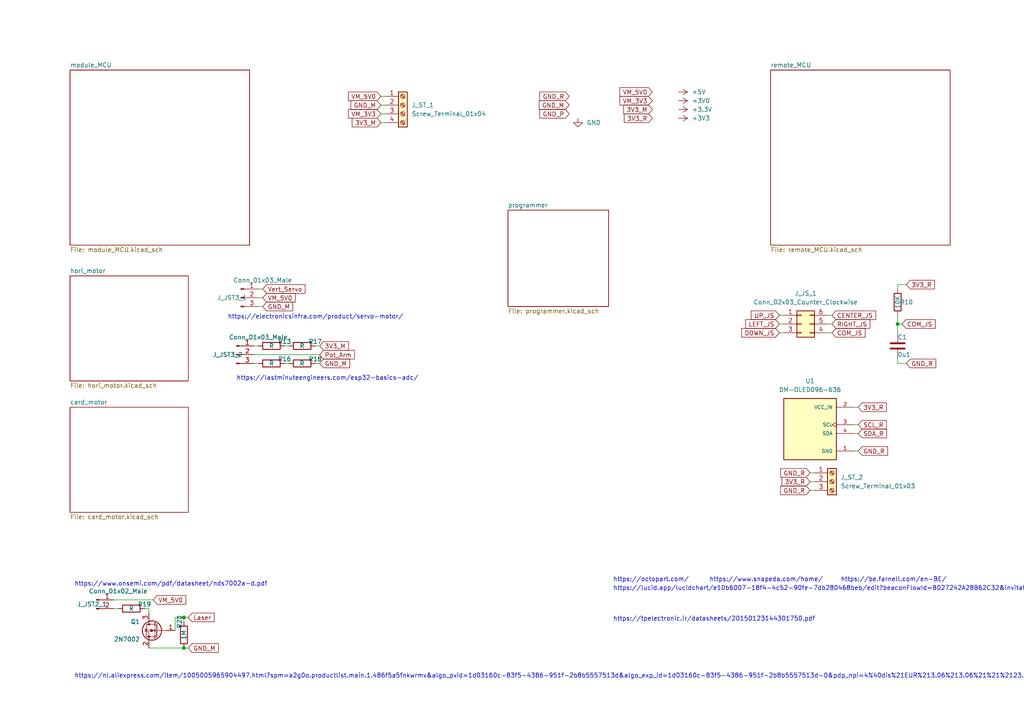
<source format=kicad_sch>
(kicad_sch (version 20211123) (generator eeschema)
  (paper "A4")
  (lib_symbols
    (symbol "Connector:Conn_01x02_Male" (pin_names (offset 1.016) hide)
      (property "Reference" "J" (at 0 2.54 0))
      (property "Value" "Conn_01x02_Male" (at 0 -5.08 0))
      (symbol "Conn_01x02_Male_1_1"
        (polyline (pts (xy 1.27 -2.54) (xy 0.8636 -2.54)) (stroke (width 0.1524)))
        (polyline (pts (xy 1.27 0) (xy 0.8636 0)) (stroke (width 0.1524)))
        (rectangle (start 0.8636 -2.413) (end 0 -2.667) (stroke (width 0.1524)) (fill (type outline)))
        (rectangle (start 0.8636 0.127) (end 0 -0.127) (stroke (width 0.1524)) (fill (type outline)))
        (pin passive line (at 5.08 0 180) (length 3.81) (name "Pin_1") (number "1"))
        (pin passive line (at 5.08 -2.54 180) (length 3.81) (name "Pin_2") (number "2"))
      )
    )
    (symbol "Connector:Conn_01x03_Male" (pin_names (offset 1.016) hide)
      (property "Reference" "J" (at 0 5.08 0))
      (property "Value" "Conn_01x03_Male" (at 0 -5.08 0))
      (symbol "Conn_01x03_Male_1_1"
        (polyline (pts (xy 1.27 -2.54) (xy 0.8636 -2.54)) (stroke (width 0.1524)))
        (polyline (pts (xy 1.27 0) (xy 0.8636 0)) (stroke (width 0.1524)))
        (polyline (pts (xy 1.27 2.54) (xy 0.8636 2.54)) (stroke (width 0.1524)))
        (rectangle (start 0.8636 -2.413) (end 0 -2.667) (stroke (width 0.1524)) (fill (type outline)))
        (rectangle (start 0.8636 0.127) (end 0 -0.127) (stroke (width 0.1524)) (fill (type outline)))
        (rectangle (start 0.8636 2.667) (end 0 2.413) (stroke (width 0.1524)) (fill (type outline)))
        (pin passive line (at 5.08 2.54 180) (length 3.81) (name "Pin_1") (number "1"))
        (pin passive line (at 5.08 0 180) (length 3.81) (name "Pin_2") (number "2"))
        (pin passive line (at 5.08 -2.54 180) (length 3.81) (name "Pin_3") (number "3"))
      )
    )
    (symbol "Connector:Screw_Terminal_01x03" (pin_names (offset 1.016) hide)
      (property "Reference" "J" (at 0 5.08 0))
      (property "Value" "Screw_Terminal_01x03" (at 0 -5.08 0))
      (symbol "Screw_Terminal_01x03_1_1"
        (rectangle (start -1.27 3.81) (end 1.27 -3.81) (stroke (width 0.254)) (fill (type background)))
        (circle (center 0 -2.54) (radius 0.635) (stroke (width 0.1524)))
        (polyline (pts (xy -0.5334 -2.2098) (xy 0.3302 -3.048)) (stroke (width 0.1524)))
        (polyline (pts (xy -0.5334 0.3302) (xy 0.3302 -0.508)) (stroke (width 0.1524)))
        (polyline (pts (xy -0.5334 2.8702) (xy 0.3302 2.032)) (stroke (width 0.1524)))
        (polyline (pts (xy -0.3556 -2.032) (xy 0.508 -2.8702)) (stroke (width 0.1524)))
        (polyline (pts (xy -0.3556 0.508) (xy 0.508 -0.3302)) (stroke (width 0.1524)))
        (polyline (pts (xy -0.3556 3.048) (xy 0.508 2.2098)) (stroke (width 0.1524)))
        (circle (center 0 0) (radius 0.635) (stroke (width 0.1524)))
        (circle (center 0 2.54) (radius 0.635) (stroke (width 0.1524)))
        (pin passive line (at -5.08 2.54 0) (length 3.81) (name "Pin_1") (number "1"))
        (pin passive line (at -5.08 0 0) (length 3.81) (name "Pin_2") (number "2"))
        (pin passive line (at -5.08 -2.54 0) (length 3.81) (name "Pin_3") (number "3"))
      )
    )
    (symbol "Connector:Screw_Terminal_01x04" (pin_names (offset 1.016) hide)
      (property "Reference" "J" (at 0 5.08 0))
      (property "Value" "Screw_Terminal_01x04" (at 0 -7.62 0))
      (symbol "Screw_Terminal_01x04_1_1"
        (rectangle (start -1.27 3.81) (end 1.27 -6.35) (stroke (width 0.254)) (fill (type background)))
        (circle (center 0 -5.08) (radius 0.635) (stroke (width 0.1524)))
        (circle (center 0 -2.54) (radius 0.635) (stroke (width 0.1524)))
        (polyline (pts (xy -0.5334 -4.7498) (xy 0.3302 -5.588)) (stroke (width 0.1524)))
        (polyline (pts (xy -0.5334 -2.2098) (xy 0.3302 -3.048)) (stroke (width 0.1524)))
        (polyline (pts (xy -0.5334 0.3302) (xy 0.3302 -0.508)) (stroke (width 0.1524)))
        (polyline (pts (xy -0.5334 2.8702) (xy 0.3302 2.032)) (stroke (width 0.1524)))
        (polyline (pts (xy -0.3556 -4.572) (xy 0.508 -5.4102)) (stroke (width 0.1524)))
        (polyline (pts (xy -0.3556 -2.032) (xy 0.508 -2.8702)) (stroke (width 0.1524)))
        (polyline (pts (xy -0.3556 0.508) (xy 0.508 -0.3302)) (stroke (width 0.1524)))
        (polyline (pts (xy -0.3556 3.048) (xy 0.508 2.2098)) (stroke (width 0.1524)))
        (circle (center 0 0) (radius 0.635) (stroke (width 0.1524)))
        (circle (center 0 2.54) (radius 0.635) (stroke (width 0.1524)))
        (pin passive line (at -5.08 2.54 0) (length 3.81) (name "Pin_1") (number "1"))
        (pin passive line (at -5.08 0 0) (length 3.81) (name "Pin_2") (number "2"))
        (pin passive line (at -5.08 -2.54 0) (length 3.81) (name "Pin_3") (number "3"))
        (pin passive line (at -5.08 -5.08 0) (length 3.81) (name "Pin_4") (number "4"))
      )
    )
    (symbol "Connector_Generic:Conn_02x03_Counter_Clockwise" (pin_names (offset 1.016) hide)
      (property "Reference" "J" (at 1.27 5.08 0))
      (property "Value" "Conn_02x03_Counter_Clockwise" (at 1.27 -5.08 0))
      (symbol "Conn_02x03_Counter_Clockwise_1_1"
        (rectangle (start -1.27 -2.413) (end 0 -2.667) (stroke (width 0.1524)))
        (rectangle (start -1.27 0.127) (end 0 -0.127) (stroke (width 0.1524)))
        (rectangle (start -1.27 2.667) (end 0 2.413) (stroke (width 0.1524)))
        (rectangle (start -1.27 3.81) (end 3.81 -3.81) (stroke (width 0.254)) (fill (type background)))
        (rectangle (start 3.81 -2.413) (end 2.54 -2.667) (stroke (width 0.1524)))
        (rectangle (start 3.81 0.127) (end 2.54 -0.127) (stroke (width 0.1524)))
        (rectangle (start 3.81 2.667) (end 2.54 2.413) (stroke (width 0.1524)))
        (pin passive line (at -5.08 2.54 0) (length 3.81) (name "Pin_1") (number "1"))
        (pin passive line (at -5.08 0 0) (length 3.81) (name "Pin_2") (number "2"))
        (pin passive line (at -5.08 -2.54 0) (length 3.81) (name "Pin_3") (number "3"))
        (pin passive line (at 7.62 -2.54 180) (length 3.81) (name "Pin_4") (number "4"))
        (pin passive line (at 7.62 0 180) (length 3.81) (name "Pin_5") (number "5"))
        (pin passive line (at 7.62 2.54 180) (length 3.81) (name "Pin_6") (number "6"))
      )
    )
    (symbol "DM-OLED096-636:DM-OLED096-636" (pin_names (offset 1.016))
      (property "Reference" "U" (at -7.62 10.922 0))
      (property "Value" "DM-OLED096-636" (at -7.62 -10.16 0))
      (symbol "DM-OLED096-636_0_0"
        (rectangle (start -7.62 -7.62) (end 7.62 10.16) (stroke (width 0.254)) (fill (type background)))
        (pin power_in line (at 12.7 -5.08 180) (length 5.08) (name "GND") (number "1"))
        (pin power_in line (at 12.7 7.62 180) (length 5.08) (name "VCC_IN") (number "2"))
        (pin input clock (at 12.7 2.54 180) (length 5.08) (name "SCL") (number "3"))
        (pin bidirectional line (at 12.7 0 180) (length 5.08) (name "SDA") (number "4"))
      )
    )
    (symbol "Device:C" (pin_numbers hide) (pin_names (offset 0.254))
      (property "Reference" "C" (at 0.635 2.54 0))
      (property "Value" "C" (at 0.635 -2.54 0))
      (symbol "C_0_1"
        (polyline (pts (xy -2.032 -0.762) (xy 2.032 -0.762)) (stroke (width 0.508)))
        (polyline (pts (xy -2.032 0.762) (xy 2.032 0.762)) (stroke (width 0.508)))
      )
      (symbol "C_1_1"
        (pin passive line (at 0 3.81 270) (length 2.794) (name "~") (number "1"))
        (pin passive line (at 0 -3.81 90) (length 2.794) (name "~") (number "2"))
      )
    )
    (symbol "Device:R" (pin_numbers hide) (pin_names (offset 0))
      (property "Reference" "R" (at 2.032 0 90))
      (property "Value" "R" (at 0 0 90))
      (symbol "R_0_1"
        (rectangle (start -1.016 -2.54) (end 1.016 2.54) (stroke (width 0.254)))
      )
      (symbol "R_1_1"
        (pin passive line (at 0 3.81 270) (length 1.27) (name "~") (number "1"))
        (pin passive line (at 0 -3.81 90) (length 1.27) (name "~") (number "2"))
      )
    )
    (symbol "Transistor_FET:2N7002" (pin_names hide)
      (property "Reference" "Q" (at 5.08 1.905 0))
      (property "Value" "2N7002" (at 5.08 0 0))
      (symbol "2N7002_0_1"
        (polyline (pts (xy 0.254 0) (xy -2.54 0)))
        (polyline (pts (xy 0.254 1.905) (xy 0.254 -1.905)) (stroke (width 0.254)))
        (polyline (pts (xy 0.762 -1.27) (xy 0.762 -2.286)) (stroke (width 0.254)))
        (polyline (pts (xy 0.762 0.508) (xy 0.762 -0.508)) (stroke (width 0.254)))
        (polyline (pts (xy 0.762 2.286) (xy 0.762 1.27)) (stroke (width 0.254)))
        (polyline (pts (xy 2.54 2.54) (xy 2.54 1.778)))
        (polyline (pts (xy 2.54 -2.54) (xy 2.54 0) (xy 0.762 0)))
        (polyline (pts (xy 0.762 -1.778) (xy 3.302 -1.778) (xy 3.302 1.778) (xy 0.762 1.778)))
        (polyline (pts (xy 1.016 0) (xy 2.032 0.381) (xy 2.032 -0.381) (xy 1.016 0)) (fill (type outline)))
        (polyline (pts (xy 2.794 0.508) (xy 2.921 0.381) (xy 3.683 0.381) (xy 3.81 0.254)))
        (polyline (pts (xy 3.302 0.381) (xy 2.921 -0.254) (xy 3.683 -0.254) (xy 3.302 0.381)))
        (circle (center 1.651 0) (radius 2.794) (stroke (width 0.254)))
        (circle (center 2.54 -1.778) (radius 0.254) (fill (type outline)))
        (circle (center 2.54 1.778) (radius 0.254) (fill (type outline)))
      )
      (symbol "2N7002_1_1"
        (pin input line (at -5.08 0 0) (length 2.54) (name "G") (number "1"))
        (pin passive line (at 2.54 -5.08 90) (length 2.54) (name "S") (number "2"))
        (pin passive line (at 2.54 5.08 270) (length 2.54) (name "D") (number "3"))
      )
    )
    (symbol "power:+3.3V" (power) (pin_names (offset 0))
      (property "Value" "+3.3V" (at 0 3.556 0))
      (symbol "+3.3V_0_1"
        (polyline (pts (xy -0.762 1.27) (xy 0 2.54)))
        (polyline (pts (xy 0 0) (xy 0 2.54)))
        (polyline (pts (xy 0 2.54) (xy 0.762 1.27)))
      )
      (symbol "+3.3V_1_1"
        (pin power_in line (at 0 0 90) (length 0) hide (name "+3.3V") (number "1"))
      )
    )
    (symbol "power:+3V0" (power) (pin_names (offset 0))
      (property "Value" "+3V0" (at 0 3.556 0))
      (symbol "+3V0_0_1"
        (polyline (pts (xy -0.762 1.27) (xy 0 2.54)))
        (polyline (pts (xy 0 0) (xy 0 2.54)))
        (polyline (pts (xy 0 2.54) (xy 0.762 1.27)))
      )
      (symbol "+3V0_1_1"
        (pin power_in line (at 0 0 90) (length 0) hide (name "+3V0") (number "1"))
      )
    )
    (symbol "power:+3V3" (power) (pin_names (offset 0))
      (property "Value" "+3V3" (at 0 3.556 0))
      (symbol "+3V3_0_1"
        (polyline (pts (xy -0.762 1.27) (xy 0 2.54)))
        (polyline (pts (xy 0 0) (xy 0 2.54)))
        (polyline (pts (xy 0 2.54) (xy 0.762 1.27)))
      )
      (symbol "+3V3_1_1"
        (pin power_in line (at 0 0 90) (length 0) hide (name "+3V3") (number "1"))
      )
    )
    (symbol "power:+5V" (power) (pin_names (offset 0))
      (property "Value" "+5V" (at 0 3.556 0))
      (symbol "+5V_0_1"
        (polyline (pts (xy -0.762 1.27) (xy 0 2.54)))
        (polyline (pts (xy 0 0) (xy 0 2.54)))
        (polyline (pts (xy 0 2.54) (xy 0.762 1.27)))
      )
      (symbol "+5V_1_1"
        (pin power_in line (at 0 0 90) (length 0) hide (name "+5V") (number "1"))
      )
    )
    (symbol "power:GND" (power) (pin_names (offset 0))
      (property "Value" "GND" (at 0 -3.81 0))
      (symbol "GND_0_1"
        (polyline (pts (xy 0 0) (xy 0 -1.27) (xy 1.27 -1.27) (xy 0 -2.54) (xy -1.27 -1.27) (xy 0 -1.27)))
      )
      (symbol "GND_1_1"
        (pin power_in line (at 0 0 270) (length 0) hide (name "GND") (number "1"))
      )
    )
  )
  (junction (at 53.34 179.07))
  (junction (at 260.35 93.98))
  (junction (at 53.34 187.96))
  (wire (pts (xy 91.44 105.41) (xy 92.71 105.41)))
  (wire (pts (xy 82.55 105.41) (xy 83.82 105.41)))
  (wire (pts (xy 262.89 82.55) (xy 260.35 82.55)))
  (wire (pts (xy 53.34 179.07) (xy 53.34 180.34)))
  (wire (pts (xy 241.3 96.52) (xy 240.03 96.52)))
  (wire (pts (xy 247.65 123.19) (xy 248.92 123.19)))
  (wire (pts (xy 110.49 30.48) (xy 111.76 30.48)))
  (wire (pts (xy 241.3 93.98) (xy 240.03 93.98)))
  (wire (pts (xy 247.65 118.11) (xy 248.92 118.11)))
  (wire (pts (xy 110.49 35.56) (xy 111.76 35.56)))
  (wire (pts (xy 234.95 137.16) (xy 236.22 137.16)))
  (wire (pts (xy 53.34 179.07) (xy 54.61 179.07)))
  (wire (pts (xy 241.3 91.44) (xy 240.03 91.44)))
  (wire (pts (xy 74.93 86.36) (xy 76.2 86.36)))
  (wire (pts (xy 226.06 96.52) (xy 227.33 96.52)))
  (wire (pts (xy 226.06 93.98) (xy 227.33 93.98)))
  (wire (pts (xy 53.34 187.96) (xy 54.61 187.96)))
  (wire (pts (xy 74.93 83.82) (xy 76.2 83.82)))
  (wire (pts (xy 73.66 102.87) (xy 92.71 102.87)))
  (wire (pts (xy 91.44 100.33) (xy 92.71 100.33)))
  (wire (pts (xy 41.91 176.53) (xy 43.18 176.53)))
  (wire (pts (xy 234.95 142.24) (xy 236.22 142.24)))
  (wire (pts (xy 260.35 93.98) (xy 261.62 93.98)))
  (wire (pts (xy 260.35 93.98) (xy 260.35 96.52)))
  (wire (pts (xy 226.06 91.44) (xy 227.33 91.44)))
  (wire (pts (xy 33.02 176.53) (xy 34.29 176.53)))
  (wire (pts (xy 43.18 176.53) (xy 43.18 177.8)))
  (wire (pts (xy 73.66 100.33) (xy 74.93 100.33)))
  (wire (pts (xy 110.49 33.02) (xy 111.76 33.02)))
  (wire (pts (xy 247.65 130.81) (xy 248.92 130.81)))
  (wire (pts (xy 262.89 105.41) (xy 260.35 105.41)))
  (wire (pts (xy 247.65 125.73) (xy 248.92 125.73)))
  (wire (pts (xy 234.95 139.7) (xy 236.22 139.7)))
  (wire (pts (xy 110.49 27.94) (xy 111.76 27.94)))
  (wire (pts (xy 43.18 187.96) (xy 53.34 187.96)))
  (wire (pts (xy 82.55 100.33) (xy 83.82 100.33)))
  (wire (pts (xy 50.8 182.88) (xy 50.8 179.07)))
  (wire (pts (xy 74.93 88.9) (xy 76.2 88.9)))
  (wire (pts (xy 73.66 105.41) (xy 74.93 105.41)))
  (wire (pts (xy 33.02 173.99) (xy 44.45 173.99)))
  (wire (pts (xy 260.35 105.41) (xy 260.35 104.14)))
  (wire (pts (xy 260.35 91.44) (xy 260.35 93.98)))
  (wire (pts (xy 260.35 82.55) (xy 260.35 83.82)))
  (wire (pts (xy 50.8 179.07) (xy 53.34 179.07)))
  (text "https://nl.aliexpress.com/item/1005005965904497.html?spm=a2g0o.productlist.main.1.486f5a5fnkwrmv&algo_pvid=1d03160c-83f5-4386-951f-2b8b5557513d&algo_exp_id=1d03160c-83f5-4386-951f-2b8b5557513d-0&pdp_npi=4%40dis%21EUR%213.06%213.06%21%21%2123.17%2123.17%21%4021038e8317283929845612749e1452%2112000035084960358%21sea%21BE%214336790662%21X&curPageLogUid=0sLpbIOsMe3v&utparam-url=scene%3Asearch%7Cquery_from%3A" (at 21.59 196.85 0) (effects (font (size 1.27 1.27)) (justify left bottom)))
  (text "https://lucid.app/lucidchart/e10b6007-18f4-4c52-90fe-7db280468beb/edit?beaconFlowId=B027242A28B62C32&invitationId=inv_99a4a03d-145e-44b0-b73d-3271ed01d3d6&page=0_0#" (at 177.8 171.45 0) (effects (font (size 1.27 1.27)) (justify left bottom)))
  (text "https://octopart.com/" (at 177.8 168.91 0) (effects (font (size 1.27 1.27)) (justify left bottom)))
  (text "https://tpelectronic.ir/datasheets/20150123144301750.pdf" (at 177.8 180.34 0) (effects (font (size 1.27 1.27)) (justify left bottom)))
  (text "https://lastminuteengineers.com/esp32-basics-adc/" (at 68.58 110.49 0) (effects (font (size 1.27 1.27)) (justify left bottom)))
  (text "https://electronicsinfra.com/product/servo-motor/" (at 66.04 92.71 0) (effects (font (size 1.27 1.27)) (justify left bottom)))
  (text "https://be.farnell.com/en-BE/" (at 243.84 168.91 0) (effects (font (size 1.27 1.27)) (justify left bottom)))
  (text "https://www.onsemi.com/pdf/datasheet/nds7002a-d.pdf" (at 21.59 170.18 0) (effects (font (size 1.27 1.27)) (justify left bottom)))
  (text "https://www.snapeda.com/home/" (at 205.74 168.91 0) (effects (font (size 1.27 1.27)) (justify left bottom)))
  (global_label "GND_R" (shape input) (at 234.95 142.24 180) (property "Intersheet References" "${INTERSHEET_REFS}" (effects hide)))
  (global_label "GND_R" (shape input) (at 165.1 27.94 180) (property "Intersheet References" "${INTERSHEET_REFS}" (effects hide)))
  (global_label "COM_JS" (shape input) (at 261.62 93.98 0) (property "Intersheet References" "${INTERSHEET_REFS}" (effects hide)))
  (global_label "3V3_M" (shape input) (at 110.49 35.56 180) (property "Intersheet References" "${INTERSHEET_REFS}" (effects hide)))
  (global_label "GND_M" (shape input) (at 54.61 187.96 0) (property "Intersheet References" "${INTERSHEET_REFS}" (effects hide)))
  (global_label "VM_5V0" (shape input) (at 189.23 26.67 180) (property "Intersheet References" "${INTERSHEET_REFS}" (effects hide)))
  (global_label "GND_P" (shape input) (at 165.1 33.02 180) (property "Intersheet References" "${INTERSHEET_REFS}" (effects hide)))
  (global_label "UP_JS" (shape input) (at 226.06 91.44 180) (property "Intersheet References" "${INTERSHEET_REFS}" (effects hide)))
  (global_label "Pot_Arm" (shape input) (at 92.71 102.87 0) (property "Intersheet References" "${INTERSHEET_REFS}" (effects hide)))
  (global_label "SDA_R" (shape input) (at 248.92 125.73 0) (property "Intersheet References" "${INTERSHEET_REFS}" (effects hide)))
  (global_label "GND_M" (shape input) (at 92.71 105.41 0) (property "Intersheet References" "${INTERSHEET_REFS}" (effects hide)))
  (global_label "GND_M" (shape input) (at 110.49 30.48 180) (property "Intersheet References" "${INTERSHEET_REFS}" (effects hide)))
  (global_label "VM_3V3" (shape input) (at 110.49 33.02 180) (property "Intersheet References" "${INTERSHEET_REFS}" (effects hide)))
  (global_label "VM_5V0" (shape input) (at 110.49 27.94 180) (property "Intersheet References" "${INTERSHEET_REFS}" (effects hide)))
  (global_label "GND_R" (shape input) (at 248.92 130.81 0) (property "Intersheet References" "${INTERSHEET_REFS}" (effects hide)))
  (global_label "3V3_R" (shape input) (at 234.95 139.7 180) (property "Intersheet References" "${INTERSHEET_REFS}" (effects hide)))
  (global_label "SCL_R" (shape input) (at 248.92 123.19 0) (property "Intersheet References" "${INTERSHEET_REFS}" (effects hide)))
  (global_label "Vert_Servo" (shape input) (at 76.2 83.82 0) (property "Intersheet References" "${INTERSHEET_REFS}" (effects hide)))
  (global_label "VM_5V0" (shape input) (at 76.2 86.36 0) (property "Intersheet References" "${INTERSHEET_REFS}" (effects hide)))
  (global_label "3V3_R" (shape input) (at 262.89 82.55 0) (property "Intersheet References" "${INTERSHEET_REFS}" (effects hide)))
  (global_label "COM_JS" (shape input) (at 241.3 96.52 0) (property "Intersheet References" "${INTERSHEET_REFS}" (effects hide)))
  (global_label "Laser" (shape input) (at 54.61 179.07 0) (property "Intersheet References" "${INTERSHEET_REFS}" (effects hide)))
  (global_label "RIGHT_JS" (shape input) (at 241.3 93.98 0) (property "Intersheet References" "${INTERSHEET_REFS}" (effects hide)))
  (global_label "LEFT_JS" (shape input) (at 226.06 93.98 180) (property "Intersheet References" "${INTERSHEET_REFS}" (effects hide)))
  (global_label "DOWN_JS" (shape input) (at 226.06 96.52 180) (property "Intersheet References" "${INTERSHEET_REFS}" (effects hide)))
  (global_label "3V3_M" (shape input) (at 189.23 31.75 180) (property "Intersheet References" "${INTERSHEET_REFS}" (effects hide)))
  (global_label "3V3_M" (shape input) (at 92.71 100.33 0) (property "Intersheet References" "${INTERSHEET_REFS}" (effects hide)))
  (global_label "CENTER_JS" (shape input) (at 241.3 91.44 0) (property "Intersheet References" "${INTERSHEET_REFS}" (effects hide)))
  (global_label "VM_5V0" (shape input) (at 44.45 173.99 0) (property "Intersheet References" "${INTERSHEET_REFS}" (effects hide)))
  (global_label "3V3_R" (shape input) (at 189.23 34.29 180) (property "Intersheet References" "${INTERSHEET_REFS}" (effects hide)))
  (global_label "GND_M" (shape input) (at 76.2 88.9 0) (property "Intersheet References" "${INTERSHEET_REFS}" (effects hide)))
  (global_label "GND_R" (shape input) (at 262.89 105.41 0) (property "Intersheet References" "${INTERSHEET_REFS}" (effects hide)))
  (global_label "3V3_R" (shape input) (at 248.92 118.11 0) (property "Intersheet References" "${INTERSHEET_REFS}" (effects hide)))
  (global_label "GND_M" (shape input) (at 165.1 30.48 180) (property "Intersheet References" "${INTERSHEET_REFS}" (effects hide)))
  (global_label "GND_R" (shape input) (at 234.95 137.16 180) (property "Intersheet References" "${INTERSHEET_REFS}" (effects hide)))
  (global_label "VM_3V3" (shape input) (at 189.23 29.21 180) (property "Intersheet References" "${INTERSHEET_REFS}" (effects hide)))
  (symbol (lib_id "Device:R") (at 78.74 100.33 270) (unit 1)
    (property "Reference" "R13" (at 82.55 99.06 90))
    (property "Value" "R" (at 78.74 100.33 90))
    (property "Footprint" "Resistor_SMD:R_0805_2012Metric" (effects hide))
  )
  (symbol (lib_id "Device:R") (at 260.35 87.63 0) (unit 1)
    (property "Reference" "R10" (at 262.89 87.63 0))
    (property "Value" "10K" (at 260.35 87.63 90))
    (property "Footprint" "Resistor_SMD:R_0805_2012Metric" (effects hide))
  )
  (symbol (lib_id "power:GND") (at 167.64 34.29 0) (unit 1)
    (property "Reference" "#PWR0101" (effects hide))
    (property "Value" "GND" (at 170.18 35.5599 0) (effects (justify left)))
  )
  (symbol (lib_id "DM-OLED096-636:DM-OLED096-636") (at 234.95 125.73 0) (unit 1)
    (property "Reference" "U1" (at 234.95 110.49 0))
    (property "Value" "DM-OLED096-636" (at 234.95 113.03 0))
    (property "Footprint" "DM-OLED096-636:MODULE_DM-OLED096-636" (effects hide))
    (property "MF" "Display Module" (effects hide))
    (property "MAXIMUM_PACKAGE_HEIGHT" "11.3 mm" (effects hide))
    (property "Package" "Package" (effects hide))
    (property "Price" "None" (effects hide))
    (property "Check_prices" "https://www.snapeda.com/parts/DM-OLED096-636/Display+Module/view-part/?ref=eda" (effects hide))
    (property "STANDARD" "Manufacturer Recommendations" (effects hide))
    (property "PARTREV" "2018-09-10" (effects hide))
    (property "SnapEDA_Link" "https://www.snapeda.com/parts/DM-OLED096-636/Display+Module/view-part/?ref=snap" (effects hide))
    (property "MP" "DM-OLED096-636" (effects hide))
    (property "Description" "\n0.96” 128 X 64 MONOCHROME GRAPHIC OLED DISPLAY MODULE - I2C\n" (effects hide))
    (property "Availability" "Not in stock" (effects hide))
    (property "MANUFACTURER" "Displaymodule" (effects hide))
  )
  (symbol (lib_id "Connector:Conn_01x02_Male") (at 27.94 173.99 0) (unit 1)
    (property "Reference" "J_JST2_1" (at 26.67 175.26 0))
    (property "Value" "Conn_01x02_Male" (at 34.29 171.45 0))
    (property "Footprint" "Connector_JST:JST_XH_B2B-XH-A_1x02_P2.50mm_Vertical" (effects hide))
  )
  (symbol (lib_id "Connector:Conn_01x03_Male") (at 68.58 102.87 0) (unit 1)
    (property "Reference" "J_JST3_2" (at 66.04 102.87 0))
    (property "Value" "Conn_01x03_Male" (at 74.93 97.79 0))
    (property "Footprint" "Connector_JST:JST_XH_B3B-XH-A_1x03_P2.50mm_Vertical" (effects hide))
  )
  (symbol (lib_id "power:+3V0") (at 196.85 29.21 270) (unit 1)
    (property "Reference" "#PWR02" (effects hide))
    (property "Value" "+3V0" (at 200.66 29.2099 90) (effects (justify left)))
  )
  (symbol (lib_id "Transistor_FET:2N7002") (at 45.72 182.88 0) (mirror y) (unit 1)
    (property "Reference" "Q1" (at 40.64 180.34 0) (effects (justify left)))
    (property "Value" "2N7002" (at 40.64 185.42 0) (effects (justify left)))
    (property "Footprint" "Package_TO_SOT_SMD:SOT-23" (effects hide))
    (property "Datasheet" "https://www.onsemi.com/pub/Collateral/NDS7002A-D.PDF" (effects hide))
  )
  (symbol (lib_id "Device:R") (at 87.63 105.41 270) (unit 1)
    (property "Reference" "R18" (at 91.44 104.14 90))
    (property "Value" "R" (at 87.63 105.41 90))
    (property "Footprint" "Resistor_SMD:R_0805_2012Metric" (effects hide))
  )
  (symbol (lib_id "power:+3V3") (at 196.85 34.29 270) (unit 1)
    (property "Reference" "#PWR04" (effects hide))
    (property "Value" "+3V3" (at 200.66 34.2899 90) (effects (justify left)))
  )
  (symbol (lib_id "Connector:Conn_01x03_Male") (at 69.85 86.36 0) (unit 1)
    (property "Reference" "J_JST3_1" (at 67.31 86.36 0))
    (property "Value" "Conn_01x03_Male" (at 76.2 81.28 0))
    (property "Footprint" "Connector_JST:JST_XH_B3B-XH-A_1x03_P2.50mm_Vertical" (effects hide))
  )
  (symbol (lib_id "power:+3.3V") (at 196.85 31.75 270) (unit 1)
    (property "Reference" "#PWR03" (effects hide))
    (property "Value" "+3.3V" (at 200.66 31.7499 90) (effects (justify left)))
  )
  (symbol (lib_id "power:+5V") (at 196.85 26.67 270) (unit 1)
    (property "Reference" "#PWR01" (effects hide))
    (property "Value" "+5V" (at 200.66 26.6699 90) (effects (justify left)))
  )
  (symbol (lib_id "Device:R") (at 53.34 184.15 0) (unit 1)
    (property "Reference" "R20" (at 52.07 180.34 90))
    (property "Value" "1M" (at 53.34 184.15 90))
    (property "Footprint" "Resistor_SMD:R_0805_2012Metric" (effects hide))
  )
  (symbol (lib_id "Connector:Screw_Terminal_01x04") (at 116.84 30.48 0) (unit 1)
    (property "Reference" "J_ST_1" (at 119.38 30.4799 0) (effects (justify left)))
    (property "Value" "Screw_Terminal_01x04" (at 119.38 33.0199 0) (effects (justify left)))
    (property "Footprint" "Connector_Phoenix_MSTB:PhoenixContact_MSTBVA_2,5_4-G_1x04_P5.00mm_Vertical" (effects hide))
  )
  (symbol (lib_id "Connector:Screw_Terminal_01x03") (at 241.3 139.7 0) (unit 1)
    (property "Reference" "J_ST_2" (at 243.84 138.4299 0) (effects (justify left)))
    (property "Value" "Screw_Terminal_01x03" (at 243.84 140.9699 0) (effects (justify left)))
    (property "Footprint" "Connector_Phoenix_MSTB:PhoenixContact_MSTBVA_2,5_3-G_1x03_P5.00mm_Vertical" (effects hide))
  )
  (symbol (lib_id "Device:R") (at 78.74 105.41 270) (unit 1)
    (property "Reference" "R16" (at 82.55 104.14 90))
    (property "Value" "R" (at 78.74 105.41 90))
    (property "Footprint" "Resistor_SMD:R_0805_2012Metric" (effects hide))
  )
  (symbol (lib_id "Connector_Generic:Conn_02x03_Counter_Clockwise") (at 232.41 93.98 0) (unit 1)
    (property "Reference" "J_JS_1" (at 233.68 85.09 0))
    (property "Value" "Conn_02x03_Counter_Clockwise" (at 233.68 87.63 0))
    (property "Footprint" "Joystick_THT:JS_SKQUCAA010" (effects hide))
  )
  (symbol (lib_id "Device:R") (at 87.63 100.33 270) (unit 1)
    (property "Reference" "R17" (at 91.44 99.06 90))
    (property "Value" "R" (at 87.63 100.33 90))
    (property "Footprint" "Resistor_SMD:R_0805_2012Metric" (effects hide))
  )
  (symbol (lib_id "Device:C") (at 260.35 100.33 0) (unit 1)
    (property "Reference" "C1" (at 260.35 97.79 0) (effects (justify left)))
    (property "Value" "0u1" (at 260.35 102.87 0) (effects (justify left)))
    (property "Footprint" "Capacitor_SMD:C_0805_2012Metric" (effects hide))
  )
  (symbol (lib_id "Device:R") (at 38.1 176.53 270) (unit 1)
    (property "Reference" "R19" (at 41.91 175.26 90))
    (property "Value" "R" (at 38.1 176.53 90))
    (property "Footprint" "Resistor_SMD:R_0805_2012Metric" (effects hide))
  )
  (sheet (at 20.32 118.11) (size 34.29 30.48) (stroke (width 0.1524))
    (property "Sheet name" "card_motor" (at 20.32 117.3984 0) (effects (justify left bottom)))
    (property "Sheet file" "card_motor.kicad_sch" (at 20.32 149.1746 0) (effects (justify left top)))
  )
  (sheet (at 223.52 20.32) (size 52.07 50.8) (stroke (width 0.1524))
    (property "Sheet name" "remote_MCU" (at 223.52 19.6084 0) (effects (justify left bottom)))
    (property "Sheet file" "remote_MCU.kicad_sch" (at 223.52 71.7046 0) (effects (justify left top)))
  )
  (sheet (at 147.32 60.96) (size 29.21 27.94) (stroke (width 0.1524))
    (property "Sheet name" "programmer" (at 147.32 60.2484 0) (effects (justify left bottom)))
    (property "Sheet file" "programmer.kicad_sch" (at 147.32 89.4846 0) (effects (justify left top)))
  )
  (sheet (at 20.32 20.32) (size 52.07 50.8) (stroke (width 0.1524))
    (property "Sheet name" "module_MCU" (at 20.32 19.6084 0) (effects (justify left bottom)))
    (property "Sheet file" "module_MCU.kicad_sch" (at 20.32 71.7046 0) (effects (justify left top)))
  )
  (sheet (at 20.32 80.01) (size 34.29 30.48) (stroke (width 0.1524))
    (property "Sheet name" "hori_motor" (at 20.32 79.2984 0) (effects (justify left bottom)))
    (property "Sheet file" "hori_motor.kicad_sch" (at 20.32 111.0746 0) (effects (justify left top)))
  )
)
</source>
